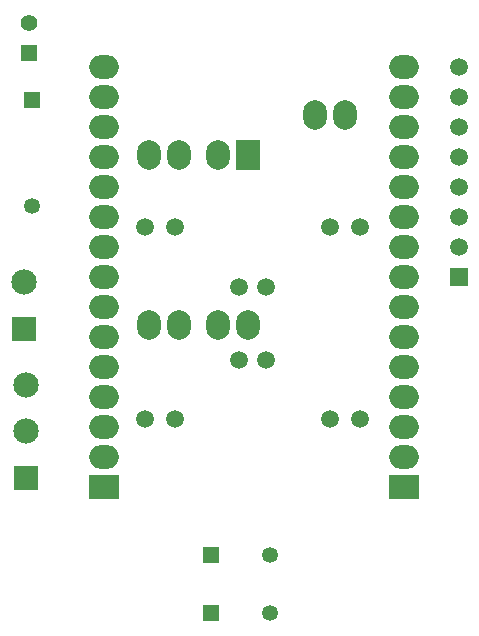
<source format=gbr>
G04*
G04 #@! TF.GenerationSoftware,Altium Limited,Altium Designer,25.4.2 (15)*
G04*
G04 Layer_Color=12632256*
%FSLAX44Y44*%
%MOMM*%
G71*
G04*
G04 #@! TF.SameCoordinates,3DD580B5-EB9C-4BB7-A259-C10CE48ABDDF*
G04*
G04*
G04 #@! TF.FilePolarity,Positive*
G04*
G01*
G75*
%ADD33R,2.0000X2.5000*%
%ADD34O,2.0000X2.5000*%
%ADD35C,1.3500*%
%ADD36R,1.3500X1.3500*%
%ADD37R,2.5000X2.0000*%
%ADD38O,2.5000X2.0000*%
%ADD39C,1.5000*%
%ADD40R,1.5000X1.5000*%
%ADD41C,2.1500*%
%ADD42R,2.1500X2.1500*%
%ADD43C,1.4000*%
%ADD44R,1.4000X1.4000*%
%ADD45R,1.3500X1.3500*%
D33*
X228500Y418000D02*
D03*
D34*
X203100D02*
D03*
X170450D02*
D03*
X145050D02*
D03*
X228500Y274600D02*
D03*
X203100D02*
D03*
X170450D02*
D03*
X145050D02*
D03*
X310850Y452400D02*
D03*
X285450D02*
D03*
D35*
X247750Y30500D02*
D03*
Y79750D02*
D03*
X46250Y374750D02*
D03*
D36*
X197750Y30500D02*
D03*
Y79750D02*
D03*
D37*
X106500Y136700D02*
D03*
X360500D02*
D03*
D38*
X106500Y162100D02*
D03*
Y187500D02*
D03*
Y238300D02*
D03*
Y263700D02*
D03*
Y289100D02*
D03*
Y314500D02*
D03*
Y339900D02*
D03*
Y365300D02*
D03*
Y390700D02*
D03*
Y416100D02*
D03*
Y441500D02*
D03*
Y466900D02*
D03*
Y492300D02*
D03*
Y212900D02*
D03*
X360500Y162100D02*
D03*
Y187500D02*
D03*
Y212900D02*
D03*
Y238300D02*
D03*
Y263700D02*
D03*
Y289100D02*
D03*
Y314500D02*
D03*
Y339900D02*
D03*
Y365300D02*
D03*
Y390700D02*
D03*
Y416100D02*
D03*
Y441500D02*
D03*
Y466900D02*
D03*
Y492300D02*
D03*
D39*
X221250Y306550D02*
D03*
Y245000D02*
D03*
X407500Y339900D02*
D03*
Y365300D02*
D03*
Y390700D02*
D03*
Y416100D02*
D03*
Y441500D02*
D03*
Y466900D02*
D03*
Y492300D02*
D03*
X141750Y357060D02*
D03*
X167150D02*
D03*
X244000Y245000D02*
D03*
Y306550D02*
D03*
X323500Y194500D02*
D03*
X298100D02*
D03*
Y357060D02*
D03*
X323500D02*
D03*
X167150Y194500D02*
D03*
X141750D02*
D03*
D40*
X407500Y314500D02*
D03*
D41*
X40750Y223850D02*
D03*
Y184250D02*
D03*
X39250Y310500D02*
D03*
D42*
X40750Y144650D02*
D03*
X39250Y270900D02*
D03*
D43*
X43750Y529701D02*
D03*
D44*
Y504300D02*
D03*
D45*
X46250Y464750D02*
D03*
M02*

</source>
